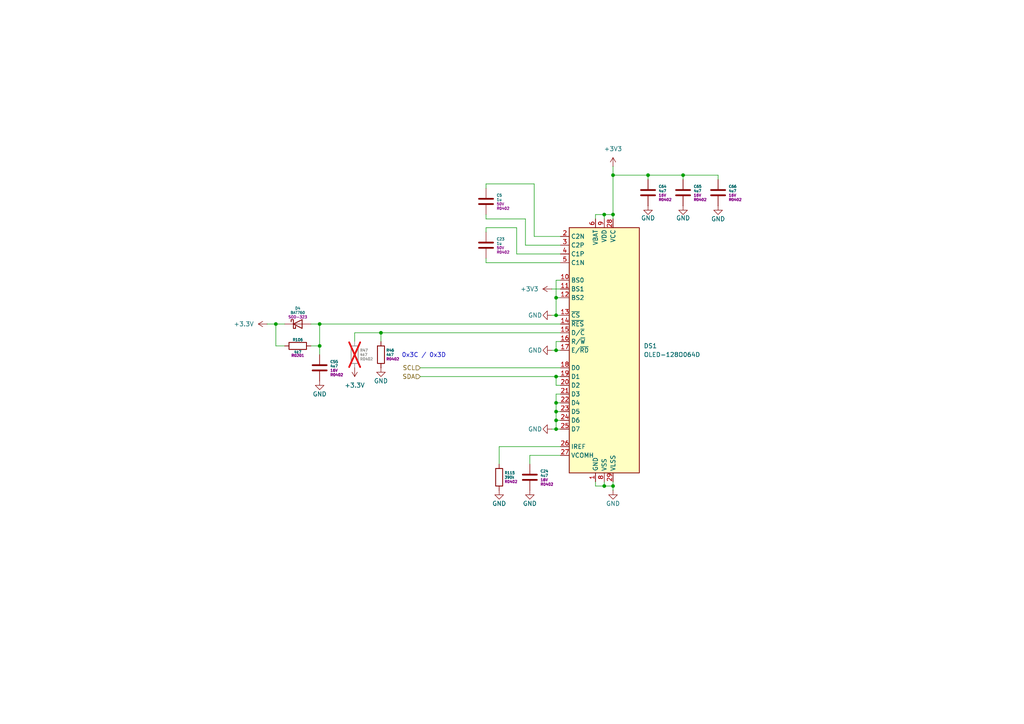
<source format=kicad_sch>
(kicad_sch (version 20250114) (generator "eeschema") (generator_version "9.0")
  (paper "A4")
  (lib_symbols
    (symbol "Device:C" (pin_numbers (hide yes)) (pin_names (offset 0.254))
      (property "Reference" "C" (at 0.635 2.54 0))
      (property "Value" "C" (at 0.635 -2.54 0))
      (symbol "C_0_1"
        (polyline (pts (xy -2.032 0.762) (xy 2.032 0.762)) (stroke (width 0.508)))
        (polyline (pts (xy -2.032 -0.762) (xy 2.032 -0.762)) (stroke (width 0.508)))
      )
      (symbol "C_1_1"
        (pin passive line (at 0 3.81 270) (length 2.794) (name "~") (number "1"))
        (pin passive line (at 0 -3.81 90) (length 2.794) (name "~") (number "2"))
      )
    )
    (symbol "Device:D_Schottky" (pin_numbers (hide yes)) (pin_names (offset 1.016) (hide yes))
      (property "Reference" "D" (at 0 2.54 0))
      (property "Value" "D_Schottky" (at 0 -2.54 0))
      (symbol "D_Schottky_0_1"
        (polyline (pts (xy -1.905 0.635) (xy -1.905 1.27) (xy -1.27 1.27) (xy -1.27 -1.27) (xy -0.635 -1.27) (xy -0.635 -0.635)) (stroke (width 0.254)))
        (polyline (pts (xy 1.27 1.27) (xy 1.27 -1.27) (xy -1.27 0) (xy 1.27 1.27)) (stroke (width 0.254)))
        (polyline (pts (xy 1.27 0) (xy -1.27 0)))
      )
      (symbol "D_Schottky_1_1"
        (pin passive line (at -3.81 0 0) (length 2.54) (name "K") (number "1"))
        (pin passive line (at 3.81 0 180) (length 2.54) (name "A") (number "2"))
      )
    )
    (symbol "Device:R" (pin_numbers (hide yes)) (pin_names (offset 0))
      (property "Reference" "R" (at 2.032 0 90))
      (property "Value" "R" (at 0 0 90))
      (symbol "R_0_1"
        (rectangle (start -1.016 -2.54) (end 1.016 2.54) (stroke (width 0.254)))
      )
      (symbol "R_1_1"
        (pin passive line (at 0 3.81 270) (length 1.27) (name "~") (number "1"))
        (pin passive line (at 0 -3.81 90) (length 1.27) (name "~") (number "2"))
      )
    )
    (symbol "Display_Graphic:OLED-128O064D"
      (property "Reference" "DS" (at -10.16 38.1 0))
      (property "Value" "OLED-128O064D" (at 12.7 38.1 0))
      (symbol "OLED-128O064D_0_1"
        (rectangle (start -10.16 35.56) (end 10.16 -35.56) (stroke (width 0.254)) (fill (type background)))
      )
      (symbol "OLED-128O064D_1_1"
        (pin passive line (at -12.7 33.02 0) (length 2.54) (name "C2N") (number "2"))
        (pin passive line (at -12.7 30.48 0) (length 2.54) (name "C2P") (number "3"))
        (pin passive line (at -12.7 27.94 0) (length 2.54) (name "C1P") (number "4"))
        (pin passive line (at -12.7 25.4 0) (length 2.54) (name "C1N") (number "5"))
        (pin input line (at -12.7 20.32 0) (length 2.54) (name "BS0") (number "10"))
        (pin input line (at -12.7 17.78 0) (length 2.54) (name "BS1") (number "11"))
        (pin input line (at -12.7 15.24 0) (length 2.54) (name "BS2") (number "12"))
        (pin input line (at -12.7 10.16 0) (length 2.54) (name "~{CS}") (number "13"))
        (pin input line (at -12.7 7.62 0) (length 2.54) (name "~{RES}") (number "14"))
        (pin input line (at -12.7 5.08 0) (length 2.54) (name "D/~{C}") (number "15"))
        (pin input line (at -12.7 2.54 0) (length 2.54) (name "R/~{W}") (number "16"))
        (pin input line (at -12.7 0 0) (length 2.54) (name "E/~{RD}") (number "17"))
        (pin bidirectional line (at -12.7 -5.08 0) (length 2.54) (name "D0") (number "18"))
        (pin bidirectional line (at -12.7 -7.62 0) (length 2.54) (name "D1") (number "19"))
        (pin bidirectional line (at -12.7 -10.16 0) (length 2.54) (name "D2") (number "20"))
        (pin bidirectional line (at -12.7 -12.7 0) (length 2.54) (name "D3") (number "21"))
        (pin bidirectional line (at -12.7 -15.24 0) (length 2.54) (name "D4") (number "22"))
        (pin bidirectional line (at -12.7 -17.78 0) (length 2.54) (name "D5") (number "23"))
        (pin bidirectional line (at -12.7 -20.32 0) (length 2.54) (name "D6") (number "24"))
        (pin bidirectional line (at -12.7 -22.86 0) (length 2.54) (name "D7") (number "25"))
        (pin passive line (at -12.7 -27.94 0) (length 2.54) (name "IREF") (number "26"))
        (pin passive line (at -12.7 -30.48 0) (length 2.54) (name "VCOMH") (number "27"))
        (pin power_in line (at -2.54 38.1 270) (length 2.54) (name "VBAT") (number "6"))
        (pin power_in line (at -2.54 -38.1 90) (length 2.54) (name "GND") (number "1"))
        (pin passive line (at -2.54 -38.1 90) (length 2.54) (hide yes) (name "GND") (number "30"))
        (pin power_in line (at 0 38.1 270) (length 2.54) (name "VDD") (number "9"))
        (pin power_in line (at 0 -38.1 90) (length 2.54) (name "VSS") (number "8"))
        (pin power_in line (at 2.54 38.1 270) (length 2.54) (name "VCC") (number "28"))
        (pin power_in line (at 2.54 -38.1 90) (length 2.54) (name "VLSS") (number "29"))
        (pin no_connect line (at 10.16 0 180) (length 2.54) (hide yes) (name "NC") (number "7"))
      )
    )
    (symbol "power:+3.3V" (power) (pin_numbers (hide yes)) (pin_names (offset 0) (hide yes))
      (property "Value" "+3.3V" (at 0 3.556 0))
      (symbol "+3.3V_0_1"
        (polyline (pts (xy -0.762 1.27) (xy 0 2.54)))
        (polyline (pts (xy 0 2.54) (xy 0.762 1.27)))
        (polyline (pts (xy 0 0) (xy 0 2.54)))
      )
      (symbol "+3.3V_1_1"
        (pin power_in line (at 0 0 90) (length 0) (name "~") (number "1"))
      )
    )
    (symbol "power:+3V3" (power) (pin_numbers (hide yes)) (pin_names (offset 0) (hide yes))
      (property "Value" "+3V3" (at 0 3.556 0))
      (symbol "+3V3_0_1"
        (polyline (pts (xy -0.762 1.27) (xy 0 2.54)))
        (polyline (pts (xy 0 2.54) (xy 0.762 1.27)))
        (polyline (pts (xy 0 0) (xy 0 2.54)))
      )
      (symbol "+3V3_1_1"
        (pin power_in line (at 0 0 90) (length 0) (name "~") (number "1"))
      )
    )
    (symbol "power:GND" (power) (pin_numbers (hide yes)) (pin_names (offset 0) (hide yes))
      (property "Value" "GND" (at 0 -3.81 0))
      (symbol "GND_0_1"
        (polyline (pts (xy 0 0) (xy 0 -1.27) (xy 1.27 -1.27) (xy 0 -2.54) (xy -1.27 -1.27) (xy 0 -1.27)))
      )
      (symbol "GND_1_1"
        (pin power_in line (at 0 0 270) (length 0) (name "~") (number "1"))
      )
    )
  )
  (text "0x3C / 0x3D" (at 122.936 103.124 0) (effects (font (size 1.27 1.27))))
  (junction (at 187.96 50.8))
  (junction (at 110.49 96.52))
  (junction (at 80.01 93.98))
  (junction (at 198.12 50.8))
  (junction (at 175.26 62.23))
  (junction (at 175.26 140.97))
  (junction (at 92.71 93.98))
  (junction (at 177.8 62.23))
  (junction (at 161.29 101.6))
  (junction (at 92.71 100.33))
  (junction (at 161.29 124.46))
  (junction (at 161.29 121.92))
  (junction (at 177.8 140.97))
  (junction (at 161.29 91.44))
  (junction (at 177.8 50.8))
  (junction (at 161.29 116.84))
  (junction (at 161.29 86.36))
  (junction (at 161.29 109.22))
  (junction (at 161.29 119.38))
  (wire (pts (xy 172.72 63.5) (xy 172.72 62.23)))
  (wire (pts (xy 177.8 50.8) (xy 187.96 50.8)))
  (wire (pts (xy 140.97 63.5) (xy 152.4 63.5)))
  (wire (pts (xy 110.49 96.52) (xy 102.87 96.52)))
  (wire (pts (xy 162.56 114.3) (xy 161.29 114.3)))
  (wire (pts (xy 161.29 86.36) (xy 162.56 86.36)))
  (wire (pts (xy 160.02 91.44) (xy 161.29 91.44)))
  (wire (pts (xy 161.29 116.84) (xy 162.56 116.84)))
  (wire (pts (xy 175.26 62.23) (xy 175.26 63.5)))
  (wire (pts (xy 177.8 62.23) (xy 177.8 63.5)))
  (wire (pts (xy 175.26 139.7) (xy 175.26 140.97)))
  (wire (pts (xy 177.8 140.97) (xy 177.8 142.24)))
  (wire (pts (xy 140.97 74.93) (xy 140.97 76.2)))
  (wire (pts (xy 152.4 63.5) (xy 152.4 71.12)))
  (wire (pts (xy 110.49 96.52) (xy 110.49 99.06)))
  (wire (pts (xy 160.02 124.46) (xy 161.29 124.46)))
  (wire (pts (xy 140.97 53.34) (xy 154.94 53.34)))
  (wire (pts (xy 92.71 93.98) (xy 162.56 93.98)))
  (wire (pts (xy 162.56 96.52) (xy 110.49 96.52)))
  (wire (pts (xy 161.29 81.28) (xy 161.29 86.36)))
  (wire (pts (xy 198.12 50.8) (xy 208.28 50.8)))
  (wire (pts (xy 152.4 71.12) (xy 162.56 71.12)))
  (wire (pts (xy 161.29 121.92) (xy 161.29 124.46)))
  (wire (pts (xy 161.29 119.38) (xy 162.56 119.38)))
  (wire (pts (xy 153.67 134.62) (xy 153.67 132.08)))
  (wire (pts (xy 102.87 96.52) (xy 102.87 99.06)))
  (wire (pts (xy 149.86 73.66) (xy 162.56 73.66)))
  (wire (pts (xy 121.92 109.22) (xy 161.29 109.22)))
  (wire (pts (xy 92.71 93.98) (xy 92.71 100.33)))
  (wire (pts (xy 162.56 99.06) (xy 161.29 99.06)))
  (wire (pts (xy 172.72 140.97) (xy 175.26 140.97)))
  (wire (pts (xy 161.29 114.3) (xy 161.29 116.84)))
  (wire (pts (xy 162.56 111.76) (xy 161.29 111.76)))
  (wire (pts (xy 161.29 119.38) (xy 161.29 121.92)))
  (wire (pts (xy 144.78 134.62) (xy 144.78 129.54)))
  (wire (pts (xy 161.29 99.06) (xy 161.29 101.6)))
  (wire (pts (xy 154.94 68.58) (xy 162.56 68.58)))
  (wire (pts (xy 121.92 106.68) (xy 162.56 106.68)))
  (wire (pts (xy 175.26 62.23) (xy 177.8 62.23)))
  (wire (pts (xy 144.78 129.54) (xy 162.56 129.54)))
  (wire (pts (xy 161.29 116.84) (xy 161.29 119.38)))
  (wire (pts (xy 140.97 62.23) (xy 140.97 63.5)))
  (wire (pts (xy 154.94 53.34) (xy 154.94 68.58)))
  (wire (pts (xy 77.47 93.98) (xy 80.01 93.98)))
  (wire (pts (xy 162.56 91.44) (xy 161.29 91.44)))
  (wire (pts (xy 140.97 66.04) (xy 140.97 67.31)))
  (wire (pts (xy 160.02 83.82) (xy 162.56 83.82)))
  (wire (pts (xy 82.55 93.98) (xy 80.01 93.98)))
  (wire (pts (xy 161.29 124.46) (xy 162.56 124.46)))
  (wire (pts (xy 140.97 76.2) (xy 162.56 76.2)))
  (wire (pts (xy 80.01 93.98) (xy 80.01 100.33)))
  (wire (pts (xy 161.29 91.44) (xy 161.29 86.36)))
  (wire (pts (xy 198.12 50.8) (xy 187.96 50.8)))
  (wire (pts (xy 160.02 101.6) (xy 161.29 101.6)))
  (wire (pts (xy 140.97 66.04) (xy 149.86 66.04)))
  (wire (pts (xy 80.01 100.33) (xy 82.55 100.33)))
  (wire (pts (xy 172.72 139.7) (xy 172.72 140.97)))
  (wire (pts (xy 161.29 101.6) (xy 162.56 101.6)))
  (wire (pts (xy 90.17 100.33) (xy 92.71 100.33)))
  (wire (pts (xy 92.71 100.33) (xy 92.71 102.87)))
  (wire (pts (xy 162.56 81.28) (xy 161.29 81.28)))
  (wire (pts (xy 175.26 140.97) (xy 177.8 140.97)))
  (wire (pts (xy 187.96 50.8) (xy 187.96 52.07)))
  (wire (pts (xy 161.29 111.76) (xy 161.29 109.22)))
  (wire (pts (xy 161.29 109.22) (xy 162.56 109.22)))
  (wire (pts (xy 153.67 132.08) (xy 162.56 132.08)))
  (wire (pts (xy 198.12 50.8) (xy 198.12 52.07)))
  (wire (pts (xy 161.29 121.92) (xy 162.56 121.92)))
  (wire (pts (xy 208.28 52.07) (xy 208.28 50.8)))
  (wire (pts (xy 172.72 62.23) (xy 175.26 62.23)))
  (wire (pts (xy 92.71 93.98) (xy 90.17 93.98)))
  (wire (pts (xy 177.8 48.26) (xy 177.8 50.8)))
  (wire (pts (xy 177.8 62.23) (xy 177.8 50.8)))
  (wire (pts (xy 140.97 53.34) (xy 140.97 54.61)))
  (wire (pts (xy 149.86 66.04) (xy 149.86 73.66)))
  (wire (pts (xy 177.8 140.97) (xy 177.8 139.7)))
  (hierarchical_label "SCL" (shape input) (at 121.92 106.68 180))
  (hierarchical_label "SDA" (shape input) (at 121.92 109.22 180))
  (symbol (lib_id "power:GND") (at 177.8 142.24 0) (unit 1)
    (property "Reference" "#PWR0221" (effects (hide yes)))
    (property "Value" "GND" (at 177.8 146.05 0))
    (property "Description" "Power symbol creates a global label with name \"GND\" , ground" (effects (hide yes)))
  )
  (symbol (lib_id "Device:C") (at 198.12 55.88 0) (unit 1)
    (property "Reference" "C65" (at 201.168 54.102 0) (effects (font (size 0.762 0.762)) (justify left)))
    (property "Value" "4u7" (at 201.168 55.372 0) (effects (font (size 0.762 0.762)) (justify left)))
    (property "Footprint" "Capacitor_SMD:C_0402_1005Metric" (effects (hide yes)))
    (property "Description" "Unpolarized capacitor" (effects (hide yes)))
    (property "Field5" "R0402" (at 201.168 57.912 0) (effects (font (size 0.762 0.762)) (justify left)))
    (property "Field6" "16V" (at 201.168 56.642 0) (effects (font (size 0.762 0.762)) (justify left)))
  )
  (symbol (lib_id "power:GND") (at 153.67 142.24 0) (unit 1)
    (property "Reference" "#PWR0220" (effects (hide yes)))
    (property "Value" "GND" (at 153.67 146.05 0))
    (property "Description" "Power symbol creates a global label with name \"GND\" , ground" (effects (hide yes)))
  )
  (symbol (lib_id "Device:C") (at 140.97 71.12 0) (unit 1)
    (property "Reference" "C23" (at 144.018 69.342 0) (effects (font (size 0.762 0.762)) (justify left)))
    (property "Value" "1u" (at 144.018 70.612 0) (effects (font (size 0.762 0.762)) (justify left)))
    (property "Footprint" "Capacitor_SMD:C_0402_1005Metric" (effects (hide yes)))
    (property "Description" "Unpolarized capacitor" (effects (hide yes)))
    (property "Field5" "R0402" (at 144.018 73.152 0) (effects (font (size 0.762 0.762)) (justify left)))
    (property "Field6" "50V" (at 144.018 71.882 0) (effects (font (size 0.762 0.762)) (justify left)))
  )
  (symbol (lib_id "power:+3.3V") (at 102.87 106.68 180) (unit 1)
    (property "Reference" "#PWR098" (effects (hide yes)))
    (property "Value" "+3.3V" (at 102.87 111.76 0))
    (property "Description" "Power symbol creates a global label with name \"+3.3V\"" (effects (hide yes)))
  )
  (symbol (lib_id "Device:C") (at 153.67 138.43 0) (unit 1)
    (property "Reference" "C24" (at 156.718 136.652 0) (effects (font (size 0.762 0.762)) (justify left)))
    (property "Value" "4u7" (at 156.718 137.922 0) (effects (font (size 0.762 0.762)) (justify left)))
    (property "Footprint" "Capacitor_SMD:C_0402_1005Metric" (effects (hide yes)))
    (property "Description" "Unpolarized capacitor" (effects (hide yes)))
    (property "Field5" "R0402" (at 156.718 140.462 0) (effects (font (size 0.762 0.762)) (justify left)))
    (property "Field6" "16V" (at 156.718 139.192 0) (effects (font (size 0.762 0.762)) (justify left)))
  )
  (symbol (lib_id "Device:C") (at 187.96 55.88 0) (unit 1)
    (property "Reference" "C64" (at 191.008 54.102 0) (effects (font (size 0.762 0.762)) (justify left)))
    (property "Value" "4u7" (at 191.008 55.372 0) (effects (font (size 0.762 0.762)) (justify left)))
    (property "Footprint" "Capacitor_SMD:C_0402_1005Metric" (effects (hide yes)))
    (property "Description" "Unpolarized capacitor" (effects (hide yes)))
    (property "Field5" "R0402" (at 191.008 57.912 0) (effects (font (size 0.762 0.762)) (justify left)))
    (property "Field6" "16V" (at 191.008 56.642 0) (effects (font (size 0.762 0.762)) (justify left)))
  )
  (symbol (lib_id "Device:R") (at 144.78 138.43 180) (unit 1)
    (property "Reference" "R115" (at 146.304 137.16 0) (effects (font (size 0.762 0.762)) (justify right)))
    (property "Value" "390k" (at 146.304 138.43 0) (effects (font (size 0.762 0.762)) (justify right)))
    (property "Footprint" "Resistor_SMD:R_0402_1005Metric" (effects (hide yes)))
    (property "Description" "Resistor" (effects (hide yes)))
    (property "Field5" "R0402" (at 146.304 139.7 0) (effects (font (size 0.762 0.762)) (justify right)))
  )
  (symbol (lib_id "Device:C") (at 92.71 106.68 0) (unit 1)
    (property "Reference" "C55" (at 95.758 104.902 0) (effects (font (size 0.762 0.762)) (justify left)))
    (property "Value" "4u7" (at 95.758 106.172 0) (effects (font (size 0.762 0.762)) (justify left)))
    (property "Footprint" "Capacitor_SMD:C_0402_1005Metric" (effects (hide yes)))
    (property "Description" "Unpolarized capacitor" (effects (hide yes)))
    (property "Field5" "R0402" (at 95.758 108.712 0) (effects (font (size 0.762 0.762)) (justify left)))
    (property "Field6" "16V" (at 95.758 107.442 0) (effects (font (size 0.762 0.762)) (justify left)))
  )
  (symbol (lib_id "power:+3V3") (at 160.02 83.82 90) (unit 1)
    (property "Reference" "#PWR053" (effects (hide yes)))
    (property "Value" "+3V3" (at 156.21 83.8199 90) (effects (justify left)))
    (property "Description" "Power symbol creates a global label with name \"+3V3\"" (effects (hide yes)))
  )
  (symbol (lib_id "Device:C") (at 140.97 58.42 0) (unit 1)
    (property "Reference" "C5" (at 144.018 56.642 0) (effects (font (size 0.762 0.762)) (justify left)))
    (property "Value" "1u" (at 144.018 57.912 0) (effects (font (size 0.762 0.762)) (justify left)))
    (property "Footprint" "Capacitor_SMD:C_0402_1005Metric" (effects (hide yes)))
    (property "Description" "Unpolarized capacitor" (effects (hide yes)))
    (property "Field5" "R0402" (at 144.018 60.452 0) (effects (font (size 0.762 0.762)) (justify left)))
    (property "Field6" "50V" (at 144.018 59.182 0) (effects (font (size 0.762 0.762)) (justify left)))
  )
  (symbol (lib_id "Device:R") (at 110.49 102.87 180) (unit 1)
    (property "Reference" "R46" (at 112.014 101.6 0) (effects (font (size 0.762 0.762)) (justify right)))
    (property "Value" "4k7" (at 112.014 102.87 0) (effects (font (size 0.762 0.762)) (justify right)))
    (property "Footprint" "Resistor_SMD:R_0402_1005Metric" (effects (hide yes)))
    (property "Description" "Resistor" (effects (hide yes)))
    (property "Field5" "R0402" (at 112.014 104.14 0) (effects (font (size 0.762 0.762)) (justify right)))
  )
  (symbol (lib_id "power:+3.3V") (at 77.47 93.98 90) (unit 1)
    (property "Reference" "#PWR0231" (effects (hide yes)))
    (property "Value" "+3.3V" (at 73.66 93.9799 90) (effects (justify left)))
    (property "Description" "Power symbol creates a global label with name \"+3.3V\"" (effects (hide yes)))
  )
  (symbol (lib_id "power:GND") (at 160.02 91.44 270) (unit 1)
    (property "Reference" "#PWR047" (effects (hide yes)))
    (property "Value" "GND" (at 155.194 91.44 90))
    (property "Description" "Power symbol creates a global label with name \"GND\" , ground" (effects (hide yes)))
  )
  (symbol (lib_id "power:GND") (at 160.02 124.46 270) (unit 1)
    (property "Reference" "#PWR049" (effects (hide yes)))
    (property "Value" "GND" (at 155.194 124.46 90))
    (property "Description" "Power symbol creates a global label with name \"GND\" , ground" (effects (hide yes)))
  )
  (symbol (lib_id "power:GND") (at 198.12 59.69 0) (unit 1)
    (property "Reference" "#PWR051" (effects (hide yes)))
    (property "Value" "GND" (at 198.12 63.246 0))
    (property "Description" "Power symbol creates a global label with name \"GND\" , ground" (effects (hide yes)))
  )
  (symbol (lib_id "power:GND") (at 92.71 110.49 0) (unit 1)
    (property "Reference" "#PWR0216" (effects (hide yes)))
    (property "Value" "GND" (at 92.71 114.3 0))
    (property "Description" "Power symbol creates a global label with name \"GND\" , ground" (effects (hide yes)))
  )
  (symbol (lib_id "power:GND") (at 187.96 59.69 0) (unit 1)
    (property "Reference" "#PWR050" (effects (hide yes)))
    (property "Value" "GND" (at 187.96 63.246 0))
    (property "Description" "Power symbol creates a global label with name \"GND\" , ground" (effects (hide yes)))
  )
  (symbol (lib_id "Device:C") (at 208.28 55.88 0) (unit 1)
    (property "Reference" "C66" (at 211.328 54.102 0) (effects (font (size 0.762 0.762)) (justify left)))
    (property "Value" "4u7" (at 211.328 55.372 0) (effects (font (size 0.762 0.762)) (justify left)))
    (property "Footprint" "Capacitor_SMD:C_0402_1005Metric" (effects (hide yes)))
    (property "Description" "Unpolarized capacitor" (effects (hide yes)))
    (property "Field5" "R0402" (at 211.328 57.912 0) (effects (font (size 0.762 0.762)) (justify left)))
    (property "Field6" "16V" (at 211.328 56.642 0) (effects (font (size 0.762 0.762)) (justify left)))
  )
  (symbol (lib_id "power:GND") (at 208.28 59.69 0) (mirror y) (unit 1)
    (property "Reference" "#PWR052" (effects (hide yes)))
    (property "Value" "GND" (at 208.28 63.5 0))
  )
  (symbol (lib_id "power:GND") (at 160.02 101.6 270) (unit 1)
    (property "Reference" "#PWR048" (effects (hide yes)))
    (property "Value" "GND" (at 155.194 101.6 90))
    (property "Description" "Power symbol creates a global label with name \"GND\" , ground" (effects (hide yes)))
  )
  (symbol (lib_id "Device:R") (at 102.87 102.87 180) (unit 1) (dnp yes)
    (property "Reference" "R47" (at 104.394 101.6 0) (effects (font (size 0.762 0.762)) (justify right)))
    (property "Value" "4k7" (at 104.394 102.87 0) (effects (font (size 0.762 0.762)) (justify right)))
    (property "Footprint" "Resistor_SMD:R_0402_1005Metric" (effects (hide yes)))
    (property "Description" "Resistor" (effects (hide yes)))
    (property "Field5" "R0402" (at 104.394 104.14 0) (effects (font (size 0.762 0.762)) (justify right)))
  )
  (symbol (lib_id "power:GND") (at 110.49 106.68 0) (unit 1)
    (property "Reference" "#PWR097" (effects (hide yes)))
    (property "Value" "GND" (at 110.49 110.49 0))
    (property "Description" "Power symbol creates a global label with name \"GND\" , ground" (effects (hide yes)))
  )
  (symbol (lib_id "power:+3V3") (at 177.8 48.26 0) (unit 1)
    (property "Reference" "#PWR03" (effects (hide yes)))
    (property "Value" "+3V3" (at 177.8 43.18 0))
    (property "Description" "Power symbol creates a global label with name \"+3V3\"" (effects (hide yes)))
  )
  (symbol (lib_id "Device:D_Schottky") (at 86.36 93.98 0) (unit 1)
    (property "Reference" "D4" (at 86.36 89.408 0) (effects (font (size 0.762 0.762))))
    (property "Value" "BAT760" (at 86.36 90.678 0) (effects (font (size 0.762 0.762))))
    (property "Footprint" "Diode_SMD:D_SOD-323" (effects (hide yes)))
    (property "Description" "Schottky diode" (effects (hide yes)))
    (property "Field5" "SOD-323" (at 86.36 91.948 0) (effects (font (size 0.762 0.762))))
  )
  (symbol (lib_id "power:GND") (at 144.78 142.24 0) (unit 1)
    (property "Reference" "#PWR0219" (effects (hide yes)))
    (property "Value" "GND" (at 144.78 146.05 0))
    (property "Description" "Power symbol creates a global label with name \"GND\" , ground" (effects (hide yes)))
  )
  (symbol (lib_id "Device:R") (at 86.36 100.33 270) (unit 1)
    (property "Reference" "R106" (at 86.36 98.552 90) (effects (font (size 0.762 0.762))))
    (property "Value" "4k7" (at 86.36 102.108 90) (effects (font (size 0.762 0.762))))
    (property "Footprint" "Resistor_SMD:R_0201_0603Metric" (effects (hide yes)))
    (property "Description" "Resistor" (effects (hide yes)))
    (property "Field5" "R0201" (at 86.36 103.124 90) (effects (font (size 0.762 0.762))))
  )
  (symbol (lib_id "Display_Graphic:OLED-128O064D") (at 175.26 101.6 0) (unit 1)
    (property "Reference" "DS1" (at 186.69 100.3299 0) (effects (justify left)))
    (property "Value" "OLED-128O064D" (at 186.69 102.8699 0) (effects (justify left)))
    (property "Footprint" "Display:OLED-128O064D" (effects (hide yes)))
    (property "Datasheet" "https://www.vishay.com/docs/37902/oled128o064dbpp3n00000.pdf" (effects (hide yes)))
    (property "Description" "OLED display 128x64" (effects (hide yes)))
  )
)
</source>
